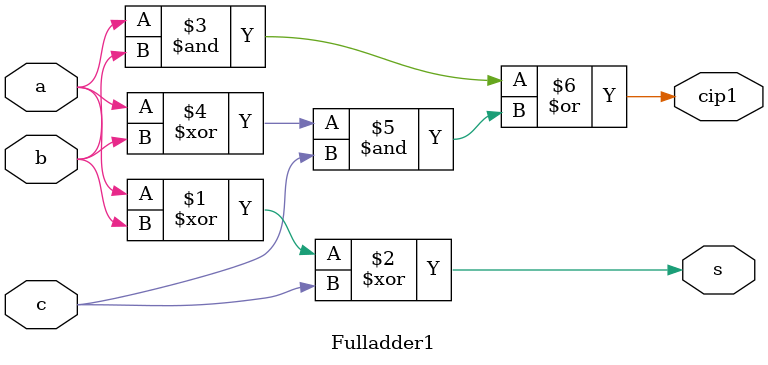
<source format=v>
module Fulladder1(c,a,b,s,cip1);
  input   c,a,b; 
  output  s,cip1; 

  assign  s=(a^b)^c;
  assign  cip1=(a&b)|((a^b)&c);

endmodule

</source>
